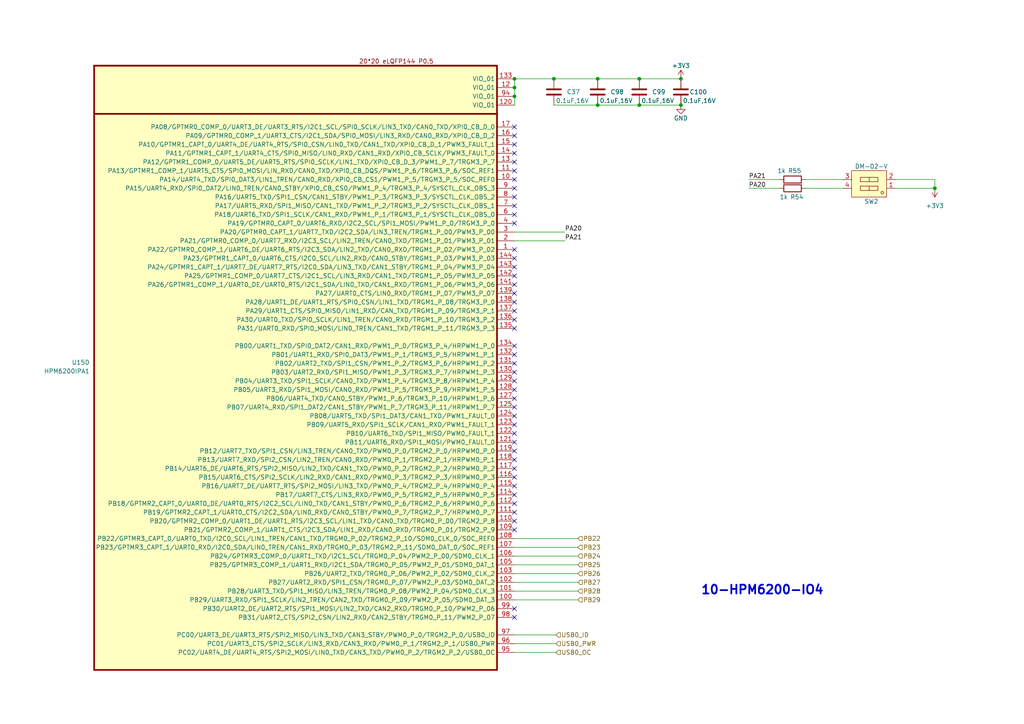
<source format=kicad_sch>
(kicad_sch (version 20230121) (generator eeschema)
  (paper "A4")
  (lib_symbols
    (symbol "00_HPM6200_Library:HPM6200IPA1"
      (property "Reference" "U3" (at 19.881 5.08 0))
      (property "Value" "HPM6200IPA1" (at 19.881 2.54 0))
      (symbol "HPM6200IPA1_0_0"
        (text "20*20 eLQFP144 P0.5" (at 29.21 1.27 0) (effects (font (size 1.27 1.27))))
      )
      (symbol "HPM6200IPA1_1_1"
        (polyline (pts (xy 0 -44.45) (xy 35.56 -44.45)) (stroke (width 0.508)))
        (polyline (pts (xy 8.89 -6.35) (xy 14.605 -6.35) (xy 14.605 -10.16) (xy 13.97 -9.525) (xy 14.605 -10.16) (xy 15.24 -9.525)))
        (polyline (pts (xy 14.605 -12.7) (xy 14.605 -16.51) (xy 8.89 -16.51) (xy 9.525 -15.875) (xy 8.89 -16.51) (xy 9.525 -17.145)))
        (rectangle (start 0 0) (end 35.56 -60.96) (stroke (width 0.508)) (fill (type background)))
        (rectangle (start 10.16 -10.16) (end 17.78 -12.7))
        (text "Analog_Domain" (at 11.43 -46.99 0) (effects (font (size 1.778 1.778))))
        (text "DCDC" (at 13.97 -11.43 0) (effects (font (size 1.27 1.27))))
        (text "DCDC_Domain" (at 10.16 -2.54 0) (effects (font (size 1.778 1.778))))
        (pin power_in line (at 40.64 -24.13 180) (length 5.08) (name "VDD_SOC") (number "104"))
        (pin power_in line (at 40.64 -21.59 180) (length 5.08) (name "VDD_SOC") (number "113"))
        (pin power_in line (at 40.64 -19.05 180) (length 5.08) (name "VDD_SOC") (number "126"))
        (pin power_in line (at 40.64 -16.51 180) (length 5.08) (name "VDD_SOC") (number "140"))
        (pin power_out line (at 17.78 -66.04 90) (length 5.08) (name "PAD") (number "145"))
        (pin power_in line (at 40.64 -8.89 180) (length 5.08) (name "VDD_SOC") (number "18"))
        (pin power_in line (at 40.64 -11.43 180) (length 5.08) (name "VDD_SOC") (number "28"))
        (pin input line (at -5.08 -24.13 0) (length 5.08) (name "DCDC_SNS") (number "29"))
        (pin power_out line (at -5.08 -35.56 0) (length 5.08) (name "DCDC_GND") (number "30"))
        (pin power_out line (at -5.08 -16.51 0) (length 5.08) (name "DCDC_LP") (number "31"))
        (pin power_in line (at -5.08 -6.35 0) (length 5.08) (name "DCDC_IN") (number "32"))
        (pin power_in line (at 40.64 -13.97 180) (length 5.08) (name "VDD_SOC") (number "5"))
        (pin power_in line (at 40.64 -34.29 180) (length 5.08) (name "VDD_SOC") (number "55"))
        (pin power_in line (at 40.64 -31.75 180) (length 5.08) (name "VDD_SOC") (number "68"))
        (pin power_in line (at 40.64 -29.21 180) (length 5.08) (name "VDD_SOC") (number "77"))
        (pin power_out line (at 40.64 -55.88 180) (length 5.08) (name "VREFL") (number "84"))
        (pin power_in line (at 40.64 -49.53 180) (length 5.08) (name "VREFH") (number "85"))
        (pin power_in line (at -5.08 -55.88 0) (length 5.08) (name "VANA") (number "87"))
        (pin power_in line (at 40.64 -26.67 180) (length 5.08) (name "VDD_SOC") (number "90"))
      )
      (symbol "HPM6200IPA1_2_1"
        (polyline (pts (xy 0 -6.35) (xy 104.14 -6.35)) (stroke (width 0.5)))
        (rectangle (start 0 0) (end 104.14 -31.75) (stroke (width 0.508)) (fill (type background)))
        (pin power_in line (at -5.08 -3.81 0) (length 5.08) (name "VBAT") (number "46"))
        (pin bidirectional line (at -5.08 -27.94 0) (length 5.08) (name "PZ07/BATT_TAMPER_07/SOC_GPIO_Z_07/UART6_RXD/I2C3_SDA/LIN2_RXD") (number "47"))
        (pin bidirectional line (at -5.08 -25.4 0) (length 5.08) (name "PZ06/BATT_TAMPER_06/SOC_GPIO_Z_06/UART6_TXD/I2C3_SCL/LIN2_TXD") (number "48"))
        (pin bidirectional line (at -5.08 -22.86 0) (length 5.08) (name "PZ05/BATT_WLED/BATT_WLED/BATT_WLED/SOC_GPIO_Z_05/UART5_RXD/LIN2_TREN/CAN3_RXD/CPU1_NMI") (number "49"))
        (pin bidirectional line (at -5.08 -20.32 0) (length 5.08) (name "PZ04/BATT_PLED/BATT_TAMPER_04/SOC_GPIO_Z_04/UART5_TXD/LIN3_TREN/CAN3_RXD/CPU1_NMI") (number "50"))
        (pin bidirectional line (at -5.08 -17.78 0) (length 5.08) (name "PZ03/BATT_WBUTN/BATT_TAMPER_03/SOC_GPIO_Z_03/UART4_RXD/I2C2_SDA/CAN3_STBY/CPU0_NMI") (number "51"))
        (pin bidirectional line (at -5.08 -15.24 0) (length 5.08) (name "PZ02/BATT_PBUTN/BATT_TAMPER_02/SOC_GPIO_Z_02/UART4_TXD/I2C2_SCL/CAN2_STBY/CPU0_NMI") (number "52"))
        (pin bidirectional line (at -5.08 -12.7 0) (length 5.08) (name "PZ01/BATT_RESETN/BATT_TAMPER_01/SOC_GPIO_Z_01/UART3_RXD/CAN2_RXD") (number "53"))
        (pin bidirectional line (at -5.08 -10.16 0) (length 5.08) (name "PZ00/BATT_PWR_ON/BATT_TAMPER_00/SOC_GPIO_Z_00/UART3_TXD/CAN2_TXD") (number "54"))
      )
      (symbol "HPM6200IPA1_3_0"
        (polyline (pts (xy 12.7 -13.97) (xy 46.99 -13.97) (xy 45.974 -13.462) (xy 46.99 -13.97) (xy 45.974 -14.478)))
        (polyline (pts (xy 12.7 -5.08) (xy 46.99 -5.08) (xy 45.974 -4.572) (xy 46.99 -5.08) (xy 45.974 -5.588)))
        (polyline (pts (xy 53.34 -13.97) (xy 87.63 -13.97) (xy 86.614 -13.462) (xy 87.63 -13.97) (xy 86.614 -14.478)))
        (polyline (pts (xy 53.34 -5.08) (xy 87.63 -5.08) (xy 86.614 -4.572) (xy 87.63 -5.08) (xy 86.614 -5.588)))
      )
      (symbol "HPM6200IPA1_3_1"
        (polyline (pts (xy 0 -17.78) (xy 102.87 -17.78)) (stroke (width 0.508)))
        (polyline (pts (xy 12.7 -12.7) (xy 12.7 -5.08) (xy 12.7 -13.97)))
        (rectangle (start 0 0) (end 102.87 -41.91) (stroke (width 0.508)) (fill (type background)))
        (rectangle (start 48.26 -12.7) (end 53.34 -15.24))
        (rectangle (start 48.26 -3.81) (end 53.34 -6.35))
        (text "LDO" (at 50.8 -13.97 0) (effects (font (size 1.27 1.27))))
        (text "LDO" (at 50.8 -5.08 0) (effects (font (size 1.27 1.27))))
        (pin bidirectional line (at -5.08 -39.37 0) (length 5.08) (name "PY07/UART_RXD/PTMR_CAPT_3/SOC_GPIO_Y_07/UART0_RXD/I2C1_SDA/LIN1_RXD") (number "33"))
        (pin bidirectional line (at -5.08 -36.83 0) (length 5.08) (name "PY06/UART_TXD/PTMR_COMP_3/SOC_GPIO_Y_06/UART0_TXD/I2C1_SCL/LIN1_TXD") (number "34"))
        (pin bidirectional line (at -5.08 -34.29 0) (length 5.08) (name "PY05/WDOG_RST/PTMR_CAPT_2/SOC_GPIO_Y_05/UART7_RXD/I2C0_SDA/LIN1_TREN/CAN3_RXD/WDG1_RST") (number "35"))
        (pin bidirectional line (at -5.08 -31.75 0) (length 5.08) (name "PY04/JTAG_TRST/PTMR_COMP_2/SOC_GPIO_Y_04/UART7_TXD/I2C0_SCL/LIN0_TREN/CAN3_TXD/WDG0_RST") (number "36"))
        (pin bidirectional line (at -5.08 -29.21 0) (length 5.08) (name "PY03/JTAG_TMS/PTMR_CAPT_1/SOC_GPIO_Y_03/UART0_CTS/SPI3_MOSI/LIN0_RXD") (number "37"))
        (pin bidirectional line (at -5.08 -26.67 0) (length 5.08) (name "PY02/JTAG_TCK/PTMR_COMP_1/SOC_GPIO_Y_02/UART0_DE/UART0_RTS/SPI3_SCLK/LIN0_TXD/CPU1_NMI") (number "38"))
        (pin power_out line (at 107.95 -13.97 180) (length 5.08) (name "VDD_OTPCAP") (number "39"))
        (pin bidirectional line (at -5.08 -24.13 0) (length 5.08) (name "PY01/JTAG_TDI/PTMR_CAPT_0/SOC_GPIO_Y_01/UART7_CTS/SPI3_MISO/LIN3_RXD/CAN2_RXD/CPU0_NMI") (number "40"))
        (pin power_out line (at 107.95 -5.08 180) (length 5.08) (name "VDD_PMCCAP") (number "41"))
        (pin bidirectional line (at -5.08 -21.59 0) (length 5.08) (name "PY00/JTAG_TDO/PTMR_COMP_0/SPC_GPIO_Y_00/UART7_DE/UART7_RTS/SPI3_CSN/LIN3_TXD/CAN2_TXD") (number "42"))
        (pin power_in line (at -5.08 -5.08 0) (length 5.08) (name "VPMC") (number "43"))
      )
      (symbol "HPM6200IPA1_4_1"
        (polyline (pts (xy 0 -13.97) (xy 116.84 -13.97)) (stroke (width 0.5)))
        (rectangle (start 0 0) (end 116.84 -175.26) (stroke (width 0.508)) (fill (type background)))
        (pin bidirectional line (at -5.08 -53.34 0) (length 5.08) (name "PA22/GPTMR0_COMP_1/UART6_DE/UART6_RTS/I2C3_SDA/LIN2_TXD/CAN0_RXD/TRGM1_P_02/PWM3_P_02") (number "1"))
        (pin bidirectional line (at -5.08 -33.02 0) (length 5.08) (name "PA14/UART4_TXD/SPI0_DAT3/LIN1_TREN/CAN0_RXD/XPI0_CB_CS1/PWM1_P_5/TRGM3_P_5/SOC_REF0") (number "10"))
        (pin bidirectional line (at -5.08 -154.94 0) (length 5.08) (name "PB29/UART3_RXD/SPI1_SCLK/LIN2_TREN/CAN2_TXD/TRGM0_P_09/PWM2_P_05/SDM0_DAT_3") (number "100"))
        (pin bidirectional line (at -5.08 -152.4 0) (length 5.08) (name "PB28/UART3_TXD/SPI1_MISO/LIN3_TREN/TRGM0_P_08/PWM2_P_04/SDM0_CLK_3") (number "101"))
        (pin bidirectional line (at -5.08 -149.86 0) (length 5.08) (name "PB27/UART2_RXD/SPI1_CSN/TRGM0_P_07/PWM2_P_03/SDM0_DAT_2") (number "102"))
        (pin bidirectional line (at -5.08 -147.32 0) (length 5.08) (name "PB26/UART2_TXD/TRGM0_P_06/PWM2_P_02/SDM0_CLK_2") (number "103"))
        (pin bidirectional line (at -5.08 -144.78 0) (length 5.08) (name "PB25/GPTMR3_COMP_1/UART1_RXD/I2C1_SDA/TRGM0_P_05/PWM2_P_01/SDM0_DAT_1") (number "105"))
        (pin bidirectional line (at -5.08 -142.24 0) (length 5.08) (name "PB24/GPTMR3_COMP_0/UART1_TXD/I2C1_SCL/TRGM0_P_04/PWM2_P_00/SDM0_CLK_1") (number "106"))
        (pin bidirectional line (at -5.08 -139.7 0) (length 5.08) (name "PB23/GPTMR3_CAPT_1/UART0_RXD/I2C0_SDA/LIN0_TREN/CAN1_RXD/TRGM0_P_03/TRGM2_P_11/SDM0_DAT_0/SOC_REF1") (number "107"))
        (pin bidirectional line (at -5.08 -137.16 0) (length 5.08) (name "PB22/GPTMR3_CAPT_0/UART0_TXD/I2C0_SCL/LIN1_TREN/CAN1_TXD/TRGM0_P_02/TRGM2_P_10/SDM0_CLK_0/SOC_REF0") (number "108"))
        (pin bidirectional line (at -5.08 -134.62 0) (length 5.08) (name "PB21/GPTMR2_COMP_1/UART1_CTS/I2C3_SDA/LIN1_RXD/CAN0_RXD/TRGM0_P_01/TRGM2_P_9") (number "109"))
        (pin bidirectional line (at -5.08 -30.48 0) (length 5.08) (name "PA13/GPTMR1_COMP_1/UART5_CTS/SPI0_MOSI/LIN_RXD/CAN0_TXD/XPI0_CB_DQS/PWM1_P_6/TRGM3_P_6/SOC_REF1") (number "11"))
        (pin bidirectional line (at -5.08 -132.08 0) (length 5.08) (name "PB20/GPTMR2_COMP_0/UART1_DE/UART1_RTS/I2C3_SCL/LIN1_TXD/CAN0_TXD/TRGM0_P_00/TRGM2_P_8") (number "110"))
        (pin bidirectional line (at -5.08 -129.54 0) (length 5.08) (name "PB19/GPTMR2_CAPT_1/UART0_CTS/I2C2_SDA/LIN0_RXD/CAN0_STBY/PWM0_P_7/TRGM2_P_7/HRPWM0_P_7") (number "111"))
        (pin bidirectional line (at -5.08 -127 0) (length 5.08) (name "PB18/GPTMR2_CAPT_0/UART0_DE/UART0_RTS/I2C2_SCL/LIN0_TXD/CAN1_STBY/PWM0_P_6/TRGM2_P_6/HRPWM0_P_6") (number "112"))
        (pin bidirectional line (at -5.08 -124.46 0) (length 5.08) (name "PB17/UART7_CTS/LIN3_RXD/PWM0_P_5/TRGM2_P_5/HRPWM0_P_5") (number "114"))
        (pin bidirectional line (at -5.08 -121.92 0) (length 5.08) (name "PB16/UART7_DE/UART7_RTS/SPI2_MOSI/LIN3_TXD/PWM0_P_4/TRGM2_P_4/HRPWM0_P_4") (number "115"))
        (pin bidirectional line (at -5.08 -119.38 0) (length 5.08) (name "PB15/UART6_CTS/SPI2_SCLK/LIN2_RXD/CAN1_RXD/PWM0_P_3/TRGM2_P_3/HRPWM0_P_3") (number "116"))
        (pin bidirectional line (at -5.08 -116.84 0) (length 5.08) (name "PB14/UART6_DE/UART6_RTS/SPI2_MISO/LIN2_TXD/CAN1_TXD/PWM0_P_2/TRGM2_P_2/HRPWM0_P_2") (number "117"))
        (pin bidirectional line (at -5.08 -114.3 0) (length 5.08) (name "PB13/UART7_RXD/SPI2_CSN/LIN2_TREN/CAN0_RXD/PWM0_P_1/TRGM2_P_1/HRPWM0_P_1") (number "118"))
        (pin bidirectional line (at -5.08 -111.76 0) (length 5.08) (name "PB12/UART7_TXD/SPI1_CSN/LIN3_TREN/CAN0_TXD/PWM0_P_0/TRGM2_P_0/HRPWM0_P_0") (number "119"))
        (pin power_in line (at -5.08 -6.35 0) (length 5.08) (name "VIO_01") (number "12"))
        (pin power_in line (at -5.08 -11.43 0) (length 5.08) (name "VIO_01") (number "120"))
        (pin bidirectional line (at -5.08 -109.22 0) (length 5.08) (name "PB11/UART6_RXD/SPI1_MOSI/PWM0_FAULT_0") (number "121"))
        (pin bidirectional line (at -5.08 -106.68 0) (length 5.08) (name "PB10/UART6_TXD/SPI1_MISO/PWM0_FAULT_1") (number "122"))
        (pin bidirectional line (at -5.08 -104.14 0) (length 5.08) (name "PB09/UART5_RXD/SPI1_SCLK/CAN1_RXD/PWM1_FAULT_1") (number "123"))
        (pin bidirectional line (at -5.08 -101.6 0) (length 5.08) (name "PB08/UART5_TXD/SPI1_DAT3/CAN1_TXD/PWM1_FAULT_0") (number "124"))
        (pin bidirectional line (at -5.08 -99.06 0) (length 5.08) (name "PB07/UART4_RXD/SPI1_DAT2/CAN1_STBY/PWM1_P_7/TRGM3_P_11/HRPWM1_P_7") (number "125"))
        (pin bidirectional line (at -5.08 -96.52 0) (length 5.08) (name "PB06/UART4_TXD/CAN0_STBY/PWM1_P_6/TRGM3_P_10/HRPWM1_P_6") (number "127"))
        (pin bidirectional line (at -5.08 -93.98 0) (length 5.08) (name "PB05/UART3_RXD/SPI1_MOSI/CAN0_RXD/PWM1_P_5/TRGM3_P_9/HRPWM1_P_5") (number "128"))
        (pin bidirectional line (at -5.08 -91.44 0) (length 5.08) (name "PB04/UART3_TXD/SPI1_SCLK/CAN0_TXD/PWM1_P_4/TRGM3_P_8/HRPWM1_P_4") (number "129"))
        (pin bidirectional line (at -5.08 -27.94 0) (length 5.08) (name "PA12/GPTMR1_COMP_0/UART5_DE/UART5_RTS/SPI0_SCLK/LIN1_TXD/XPI0_CB_D_3/PWM1_P_7/TRGM3_P_7") (number "13"))
        (pin bidirectional line (at -5.08 -88.9 0) (length 5.08) (name "PB03/UART2_RXD/SPI1_MISO/PWM1_P_3/TRGM3_P_7/HRPWM1_P_3") (number "130"))
        (pin bidirectional line (at -5.08 -86.36 0) (length 5.08) (name "PB02/UART2_TXD/SPI1_CSN/PWM1_P_2/TRGM3_P_6/HRPWM1_P_2") (number "131"))
        (pin bidirectional line (at -5.08 -83.82 0) (length 5.08) (name "PB01/UART1_RXD/SPI0_DAT3/PWM1_P_1/TRGM3_P_5/HRPWM1_P_1") (number "132"))
        (pin power_in line (at -5.08 -3.81 0) (length 5.08) (name "VIO_01") (number "133"))
        (pin bidirectional line (at -5.08 -81.28 0) (length 5.08) (name "PB00/UART1_TXD/SPI0_DAT2/CAN1_RXD/PWM1_P_0/TRGM3_P_4/HRPWM1_P_0") (number "134"))
        (pin bidirectional line (at -5.08 -76.2 0) (length 5.08) (name "PA31/UART0_RXD/SPI0_MOSI/LIN0_TREN/CAN1_TXD/TRGM1_P_11/TRGM3_P_3") (number "135"))
        (pin bidirectional line (at -5.08 -73.66 0) (length 5.08) (name "PA30/UART0_TXD/SPI0_SCLK/LIN1_TREN/CAN0_RXD/TRGM1_P_10/TRGM3_P_2") (number "136"))
        (pin bidirectional line (at -5.08 -71.12 0) (length 5.08) (name "PA29/UART1_CTS/SPI0_MISO/LIN1_RXD/CAN_TXD/TRGM1_P_09/TRGM3_P_1") (number "137"))
        (pin bidirectional line (at -5.08 -68.58 0) (length 5.08) (name "PA28/UART1_DE/UART1_RTS/SPI0_CSN/LIN1_TXD/TRGM1_P_08/TRGM3_P_0") (number "138"))
        (pin bidirectional line (at -5.08 -66.04 0) (length 5.08) (name "PA27/UART0_CTS/LIN0_RXD/TRGM1_P_07/PWM3_P_07") (number "139"))
        (pin bidirectional line (at -5.08 -25.4 0) (length 5.08) (name "PA11/GPTMR1_CAPT_1/UART4_CTS/SPI0_MISO/LIN0_RXD/CAN1_RXD/XPI0_CB_SCLK/PWM3_FAULT_0") (number "14"))
        (pin bidirectional line (at -5.08 -63.5 0) (length 5.08) (name "PA26/GPTMR1_COMP_1/UART0_DE/UART0_RTS/I2C1_SDA/LIN0_TXD/CAN1_RXD/TRGM1_P_06/PWM3_P_06") (number "141"))
        (pin bidirectional line (at -5.08 -60.96 0) (length 5.08) (name "PA25/GPTMR1_COMP_0/UART7_CTS/I2C1_SCL/LIN3_RXD/CAN1_TXD/TRGM1_P_05/PWM3_P_05") (number "142"))
        (pin bidirectional line (at -5.08 -58.42 0) (length 5.08) (name "PA24/GPTMR1_CAPT_1/UART7_DE/UART7_RTS/I2C0_SDA/LIN3_TXD/CAN1_STBY/TRGM1_P_04/PWM3_P_04") (number "143"))
        (pin bidirectional line (at -5.08 -55.88 0) (length 5.08) (name "PA23/GPTMR1_CAPT_0/UART6_CTS/I2C0_SCL/LIN2_RXD/CAN0_STBY/TRGM1_P_03/PWM3_P_03") (number "144"))
        (pin bidirectional line (at -5.08 -22.86 0) (length 5.08) (name "PA10/GPTMR1_CAPT_0/UART4_DE/UART4_RTS/SPI0_CSN/LIN0_TXD/CAN1_TXD/XPI0_CB_D_1/PWM3_FAULT_1") (number "15"))
        (pin bidirectional line (at -5.08 -20.32 0) (length 5.08) (name "PA09/GPTMR0_COMP_1/UART3_CTS/I2C1_SDA/SPI0_MOSI/LIN3_RXD/CAN0_RXD/XPI0_CB_D_2") (number "16"))
        (pin bidirectional line (at -5.08 -17.78 0) (length 5.08) (name "PA08/GPTMR0_COMP_0/UART3_DE/UART3_RTS/I2C1_SCL/SPI0_SCLK/LIN3_TXD/CAN0_TXD/XPI0_CB_D_0") (number "17"))
        (pin bidirectional line (at -5.08 -50.8 0) (length 5.08) (name "PA21/GPTMR0_COMP_0/UART7_RXD/I2C3_SCL/LIN2_TREN/CAN0_TXD/TRGM1_P_01/PWM3_P_01") (number "2"))
        (pin bidirectional line (at -5.08 -48.26 0) (length 5.08) (name "PA20/GPTMR0_CAPT_1/UART7_TXD/I2C2_SDA/LIN3_TREN/TRGM1_P_00/PWM3_P_00") (number "3"))
        (pin bidirectional line (at -5.08 -45.72 0) (length 5.08) (name "PA19/GPTMR0_CAPT_0/UART6_RXD/I2C2_SCL/SPI1_MOSI/PWM1_P_0/TRGM3_P_0") (number "4"))
        (pin bidirectional line (at -5.08 -43.18 0) (length 5.08) (name "PA18/UART6_TXD/SPI1_SCLK/CAN1_RXD/PWM1_P_1/TRGM3_P_1/SYSCTL_CLK_OBS_0") (number "6"))
        (pin bidirectional line (at -5.08 -40.64 0) (length 5.08) (name "PA17/UART5_RXD/SPI1_MISO/CAN1_TXD/PWM1_P_2/TRGM3_P_2/SYSCTL_CLK_OBS_1") (number "7"))
        (pin bidirectional line (at -5.08 -38.1 0) (length 5.08) (name "PA16/UART5_TXD/SPI1_CSN/CAN1_STBY/PWM1_P_3/TRGM3_P_3/SYSCTL_CLK_OBS_2") (number "8"))
        (pin bidirectional line (at -5.08 -35.56 0) (length 5.08) (name "PA15/UART4_RXD/SPI0_DAT2/LIN0_TREN/CAN0_STBY/XPI0_CB_CS0/PWM1_P_4/TRGM3_P_4/SYSCTL_CLK_OBS_3") (number "9"))
        (pin power_in line (at -5.08 -8.89 0) (length 5.08) (name "VIO_01") (number "94"))
        (pin bidirectional line (at -5.08 -170.18 0) (length 5.08) (name "PC02/UART4_DE/UART4_RTS/SPI2_MOSI/LIN0_TXD/CAN3_TXD/PWM0_P_2/TRGM2_P_2/USB0_OC") (number "95"))
        (pin bidirectional line (at -5.08 -167.64 0) (length 5.08) (name "PC01/UART3_CTS/SPI2_SCLK/LIN3_RXD/CAN3_RXD/PWM0_P_1/TRGM2_P_1/USB0_PWR") (number "96"))
        (pin bidirectional line (at -5.08 -165.1 0) (length 5.08) (name "PC00/UART3_DE/UART3_RTS/SPI2_MISO/LIN3_TXD/CAN3_STBY/PWM0_P_0/TRGM2_P_0/USB0_ID") (number "97"))
        (pin bidirectional line (at -5.08 -160.02 0) (length 5.08) (name "PB31/UART2_CTS/SPI2_CSN/LIN2_RXD/CAN2_STBY/TRGM0_P_11/PWM2_P_07") (number "98"))
        (pin bidirectional line (at -5.08 -157.48 0) (length 5.08) (name "PB30/UART2_DE/UART2_RTS/SPI1_MOSI/LIN2_TXD/CAN2_RXD/TRGM0_P_10/PWM2_P_06") (number "99"))
      )
      (symbol "HPM6200IPA1_5_1"
        (rectangle (start 0 -1.27) (end 157.48 -81.28) (stroke (width 0.508)) (fill (type background)))
        (polyline (pts (xy 0 -11.43) (xy 157.48 -11.43)) (stroke (width 0.5)))
        (pin bidirectional line (at -5.08 -77.47 0) (length 5.08) (name "PC27/UART2_RXD/SPI2_DAT2/SDM0_CLK_0/ADC2_INA15/CMP0_INP1/CMP1_INP1/CMP2_INP1/CMP3_INP1") (number "56"))
        (pin bidirectional line (at -5.08 -74.93 0) (length 5.08) (name "PC26/UART2_TXD/SPI2_DAT3/SDM0_DAT_0/ADC2_INA14/CMP0_INN1/CMP1_INN1/CMP2_INN1/CMP3_INN1") (number "57"))
        (pin bidirectional line (at -5.08 -72.39 0) (length 5.08) (name "PC25/UART1_RXD/SPI2_SCLK/SDM0_CLK_1/ADC2_INA13/CMP0_INP2/CMP1_INP2") (number "58"))
        (pin bidirectional line (at -5.08 -69.85 0) (length 5.08) (name "PC24/UART1_TXD/SPI2_MISO/SDM0_DAT_1/ADC2_INA12/CMP0_INP3/CMP1_INP3") (number "59"))
        (pin bidirectional line (at -5.08 -67.31 0) (length 5.08) (name "PC23/UART0_RXD/SPI2_MOSI/LIN0_TREN/SDM0_CLK_2/ADC1_INA15/ADC2_INA11/CMP0_INP4/CMP1_INP4") (number "60"))
        (pin power_in line (at -5.08 -8.89 0) (length 5.08) (name "VIO_02") (number "61"))
        (pin bidirectional line (at -5.08 -64.77 0) (length 5.08) (name "PC22/UART0_TXD/SPI2_CSN/LIN1_TREN/SDM0_DAT_2/ADC1_INA14/ADC2_INA10/CMP0_INP5/CMP1_INN2") (number "62"))
        (pin bidirectional line (at -5.08 -62.23 0) (length 5.08) (name "PC21/UART1_CTS/SPI3_MOSI/LIN1_RXD/SDM0_CLK_3/WDG1_RST/ADC1_INA13/ADC2_INA9/CMP0_INP6/CMP1_INN3") (number "63"))
        (pin bidirectional line (at -5.08 -59.69 0) (length 5.08) (name "PC20/UART1_DE/UART1_RTS/SPI3_SCLK/LIN1_TXD/SDM0_DAT_3/WDG0_RST/ADC1_INA12/ADC2_INA8/CMP0_INP7/CMP1_INN4") (number "64"))
        (pin bidirectional line (at -5.08 -57.15 0) (length 5.08) (name "PC19/UART0_CTS/SPI3_MISO/LIN0_RXD/ADC0_INA15/ADC1_INA11/ADC2_INA7/CMP0_INN2/CMP2_INP2") (number "65"))
        (pin bidirectional line (at -5.08 -54.61 0) (length 5.08) (name "PC18/UART0_DE/UART0_RTS/SPI3_CSN/LIN0_TXD/ADC0_INA14/ADC1_INA10/ADC2_INA6/CMP0_INN3/CMP2_INP3") (number "66"))
        (pin bidirectional line (at -5.08 -52.07 0) (length 5.08) (name "PC17/UART7_CTS/LIN3_RXD/ADC0_INA13/ADC1_INA9/ADC2_INA5/CMP0_INN4/CMP2_INP4") (number "67"))
        (pin bidirectional line (at -5.08 -49.53 0) (length 5.08) (name "PC16/UART7_DE/UART7_RTS/I2C1_SDA/LIN3_TXD/ACMP_COMP_2/ADC0_INA12/ADC1_INA8/ADC2_INA4/CMP0_INN5/CMP1_INN5/CMP2_INP5/CMP3_INP2") (number "69"))
        (pin bidirectional line (at -5.08 -46.99 0) (length 5.08) (name "PC15/UART6_CTS/I2C1_SCL/LIN2_RXD/ACMP_COMP_1/ADC0_INA11/ADC1_INA7/ADC2_INA3/CMP0_INN6/CMP1_INN6/CMP2_INP6/CMP3_INP3") (number "70"))
        (pin bidirectional line (at -5.08 -44.45 0) (length 5.08) (name "PC14/UART6_DE/UART6_RTS/I2C0_SDA/LIN2_TXD/CAN3_RXD/ACMP_COMP_0/ADC0_INA10/ADC1_INA6/ADC2_INA2/CMP0_INN7/CMP1_INN7/CMP2_INP7/CMP3_INP4") (number "71"))
        (pin bidirectional line (at -5.08 -41.91 0) (length 5.08) (name "PC13/GPTMR3_COMP_1/UART7_RXD/I2C0_SCL/CAN3_TXD/ACMP_COMP_3/ADC0_INA9/ADC1_INA5/ADC2_INA1/CMP1_INP5/CMP3_INN2") (number "72"))
        (pin bidirectional line (at -5.08 -39.37 0) (length 5.08) (name "PC12/GPTMR3_COMP_0/UART7_TXD/I2C3_SDA/LIN3_TREN/CAN3_STBY/ADC0_INA8/ADC1_INA4/ADC2_INA0/CMP1_INP6/CMP3_INN3") (number "73"))
        (pin bidirectional line (at -5.08 -36.83 0) (length 5.08) (name "PC11/GPTMR3_CAPT_1/UART6_RXD/I2C3_SCL/CAN2_STBY/ADC0_INA7/ADC1_INA3/CMP1_INP7/CMP3_INN4") (number "74"))
        (pin bidirectional line (at -5.08 -34.29 0) (length 5.08) (name "PC10/GPTMR3_CAPT_0/UART6_TXD/I2C2_SDA/CAN2_RXD/ADC0_INA6/ADC1_INA2/CMP2_INN2/CMP3_INN5") (number "75"))
        (pin bidirectional line (at -5.08 -31.75 0) (length 5.08) (name "PC09/GPTMR2_COMP_1/UART5_RXD/I2C2_SCL/CAN2_TXD/PWM2_FAULT_1/ADC0_INA5/ADC1_INA1/CMP2_INN3/CMP3_INN6") (number "76"))
        (pin bidirectional line (at -5.08 -29.21 0) (length 5.08) (name "PC08/GPTMR2_COMP_0/UART5_TXD/SPI2_CSN/PWM2_FAULT_0/USB0_PWR/ADC0_INA4/ADC1_INA0/CMP2_INN4/CMP3_INN7") (number "78"))
        (pin bidirectional line (at -5.08 -26.67 0) (length 5.08) (name "PC07/GPTMR2_CAPT_1/UART4_RXD/SPI2_MOSI/LIN0_TREN/PWM0_P_7/TRGM2_P_7/USB0_OC/ADC0_INA3/CMP2_INN5/CMP3_INP5") (number "79"))
        (pin bidirectional line (at -5.08 -24.13 0) (length 5.08) (name "PC06/GPTMR2_CAPT_0/UART4_TXD/SPI2_MISO/LIN1_TREN/PWM0_P_6/TRGM2_P_6//USB0_ID/ADC0_INA2/CMP2_INN6/CMP3_INP6") (number "80"))
        (pin bidirectional line (at -5.08 -21.59 0) (length 5.08) (name "PC05/UART5_CTS/SPI2_SCLK/LIN1_RXD/PWM0_P_5/TRGM2_P_5/USB0_OC/ADC0_INA1/CAMP2_INN7/CMP3_INP7") (number "81"))
        (pin bidirectional line (at -5.08 -19.05 0) (length 5.08) (name "PC04/UART5_DE/UART5_RTS/SPI2_DAT3/LIN1_TXD/PWM0_P_4/TRGM2_P_4/ADC0_INA0/DAC1_OUT") (number "82"))
        (pin bidirectional line (at -5.08 -16.51 0) (length 5.08) (name "PC03/UART4_CTS/SPI2_DAT2/LIN0_RXD/PWM0_P_3/TRGM2_P_3/DAC0_OUT") (number "83"))
        (pin power_in line (at -5.08 -6.35 0) (length 5.08) (name "VIO_02") (number "86"))
      )
      (symbol "HPM6200IPA1_6_1"
        (polyline (pts (xy 0 -7.62) (xy 129.54 -7.62)) (stroke (width 0.5)))
        (rectangle (start 0 0) (end 129.54 -33.02) (stroke (width 0.508)) (fill (type background)))
        (pin bidirectional line (at -5.08 -29.21 0) (length 5.08) (name "PA07/GPTMR0_CAPT_1/UART2_CTS/I2C0_SDA/SPI0_MISO/LIN2_RXD/XPI0_CA_DQS/ACMP_COMP_2/SDM0_DAT_3/ADC0_DBG") (number "19"))
        (pin bidirectional line (at -5.08 -26.67 0) (length 5.08) (name "PA06/GPTMR0_CAPT_0/UART2_DE/UART2_RTS/I2C0_SCL/SPI0_CSN/LIN2_TXD/XPI0_CA_CS1/ACMP/COMP_3/SDM0_CLK_3/ADC1_DBG") (number "20"))
        (pin bidirectional line (at -5.08 -24.13 0) (length 5.08) (name "PA05/UART3_RXD/SPI3_DAT2/LIN2_TREN/CAN3_RXD/XPI0_CA_D_3/ACMP_COMP_0/SDM0_DAT_2/ADC2_DBG") (number "21"))
        (pin bidirectional line (at -5.08 -21.59 0) (length 5.08) (name "PA04/UART3_TXD/SPI3_DAT3/LIN_TREN/CAN3_TXD/XPI0_CA_SCLK/ACMP_COMP_1/SDM0_CLK_2") (number "22"))
        (pin power_in line (at -5.08 -3.81 0) (length 5.08) (name "VIO_00") (number "23"))
        (pin bidirectional line (at -5.08 -19.05 0) (length 5.08) (name "PA03/UART2_RXD/SPI3_MOSI/CAN3_STBY/XPI0_CA_D_0/SDM0_DAT_1") (number "24"))
        (pin bidirectional line (at -5.08 -16.51 0) (length 5.08) (name "PA02/UART2_TXD/SPI3_SCLK/CAN2_STBY/XPI0_CA_D_2/SDM0_CLK_1") (number "25"))
        (pin bidirectional line (at -5.08 -13.97 0) (length 5.08) (name "PA01/UART1_RXD/SPI3_MISO/CAN_TXD/XPI0_CA_D_1/SDM0_DATA_0") (number "26"))
        (pin bidirectional line (at -5.08 -11.43 0) (length 5.08) (name "PA00/UART1_TXD/SPI3_CSN/CAN2_RXD/XPI0_CA_CS0/SDM0_CLK_0") (number "27"))
      )
      (symbol "HPM6200IPA1_7_1"
        (rectangle (start 0 0) (end 35.56 -33.02) (stroke (width 0.508)) (fill (type background)))
        (pin output line (at 40.64 -3.81 180) (length 5.08) (name "RTC_XTALI") (number "44"))
        (pin input line (at 40.64 -12.7 180) (length 5.08) (name "RTC_XTALO") (number "45"))
        (pin input line (at -5.08 -3.81 0) (length 5.08) (name "XTALI") (number "88"))
        (pin output line (at -5.08 -12.7 0) (length 5.08) (name "XTALO") (number "89"))
        (pin power_in line (at -5.08 -26.67 0) (length 5.08) (name "USBVBUS") (number "91"))
        (pin bidirectional line (at 40.64 -26.67 180) (length 5.08) (name "USB_DP") (number "92"))
        (pin bidirectional line (at 40.64 -29.21 180) (length 5.08) (name "USB_DM") (number "93"))
      )
    )
    (symbol "00_HPM_power:+3.3V" (power) (pin_names (offset 0))
      (property "Value" "+3.3V" (at 0 3.556 0))
      (symbol "+3.3V_0_1"
        (polyline (pts (xy -0.762 1.27) (xy 0 2.54)))
        (polyline (pts (xy 0 0) (xy 0 2.54)))
        (polyline (pts (xy 0 2.54) (xy 0.762 1.27)))
      )
      (symbol "+3.3V_1_1"
        (pin power_in line (at 0 0 90) (length 0) hide (name "+3V3") (number "1"))
      )
    )
    (symbol "00_HPM_power:+3V3" (power) (pin_names (offset 0))
      (property "Value" "+3V3" (at 0 3.81 0))
      (symbol "+3V3_0_1"
        (polyline (pts (xy -0.762 1.27) (xy 0 2.54)))
        (polyline (pts (xy 0 0) (xy 0 2.54)))
        (polyline (pts (xy 0 2.54) (xy 0.762 1.27)))
      )
      (symbol "+3V3_1_1"
        (pin power_in line (at 0 0 90) (length 0) hide (name "+3V3") (number "1"))
      )
    )
    (symbol "00_HPM_power:GND" (power)
      (property "Value" "GND" (at 1.27 -6.35 0))
      (symbol "GND_0_0"
        (pin power_in line (at 0 0 0) (length 0) hide (name "GND") (number ""))
      )
      (symbol "GND_0_1"
        (polyline (pts (xy 0 0) (xy 0 -1.27) (xy 1.27 -1.27) (xy 0 -2.54) (xy -1.27 -1.27) (xy 0 -1.27)))
      )
    )
    (symbol "01-HPM-Peripheral:拨码开关_DM-02-V" (pin_names (offset 1.016) hide)
      (property "Reference" "SW" (at -0.635 5.08 0))
      (property "Value" "拨码开关_DM-02-V" (at -0.635 -5.08 0))
      (symbol "拨码开关_DM-02-V_1_1"
        (rectangle (start -5.08 -3.81) (end 5.08 3.81) (fill (type background)))
        (circle (center -3.81 2.54) (radius 0.381))
        (rectangle (start -2.54 -1.905) (end 2.54 -0.635))
        (rectangle (start -2.54 0.635) (end 2.54 1.905))
        (polyline (pts (xy 0 -0.635) (xy 0 -1.905)))
        (polyline (pts (xy 0 1.905) (xy 0 0.635)))
        (pin input line (at -7.62 1.27 0) (length 2.54) (name "PIN1") (number "1"))
        (pin input line (at -7.62 -1.27 0) (length 2.54) (name "PIN2") (number "2"))
        (pin input line (at 7.62 -1.27 180) (length 2.54) (name "PIN3") (number "3"))
        (pin input line (at 7.62 1.27 180) (length 2.54) (name "PIN4") (number "4"))
      )
    )
    (symbol "02_HPM_Resistor:1K_0402" (pin_numbers hide) (pin_names (offset 0))
      (property "Reference" "R" (at 0 3.81 0))
      (property "Value" "1K" (at 0 6.35 0))
      (symbol "1K_0402_0_1"
        (rectangle (start 2.54 -1.016) (end -2.54 1.016) (stroke (width 0.254)))
      )
      (symbol "1K_0402_1_1"
        (pin passive line (at -3.81 0 0) (length 1.27) (name "~") (number "1"))
        (pin passive line (at 3.81 0 180) (length 1.27) (name "~") (number "2"))
      )
    )
    (symbol "03_HPM_Capacitance:0.1uF,16V_0402" (pin_numbers hide) (pin_names (offset 0.254))
      (property "Reference" "C" (at -1.27 10.16 0))
      (property "Value" "0.1uF,16V" (at -5.08 12.7 0))
      (symbol "0.1uF,16V_0402_0_1"
        (polyline (pts (xy -2.032 -0.762) (xy 2.032 -0.762)) (stroke (width 0.508)))
        (polyline (pts (xy -2.032 0.762) (xy 2.032 0.762)) (stroke (width 0.508)))
      )
      (symbol "0.1uF,16V_0402_1_1"
        (pin passive line (at 0 3.81 270) (length 2.794) (name "~") (number "1"))
        (pin passive line (at 0 -3.81 90) (length 2.794) (name "~") (number "2"))
      )
    )
  )
  (junction (at 149.225 25.4))
  (junction (at 149.225 27.94))
  (junction (at 185.42 22.86))
  (junction (at 160.655 22.86))
  (junction (at 173.355 22.86))
  (junction (at 197.485 22.86))
  (junction (at 197.485 30.48))
  (junction (at 185.42 30.48))
  (junction (at 271.145 54.61))
  (junction (at 173.355 30.48))
  (junction (at 149.225 22.86))
  (no_connect (at 149.225 82.55))
  (no_connect (at 149.225 151.13))
  (no_connect (at 149.225 143.51))
  (no_connect (at 149.225 107.95))
  (no_connect (at 149.225 49.53))
  (no_connect (at 149.225 64.77))
  (no_connect (at 149.225 179.07))
  (no_connect (at 149.225 120.65))
  (no_connect (at 149.225 133.35))
  (no_connect (at 149.225 138.43))
  (no_connect (at 149.225 72.39))
  (no_connect (at 149.225 113.03))
  (no_connect (at 149.225 123.19))
  (no_connect (at 149.225 176.53))
  (no_connect (at 149.225 90.17))
  (no_connect (at 149.225 140.97))
  (no_connect (at 149.225 128.27))
  (no_connect (at 149.225 41.91))
  (no_connect (at 149.225 110.49))
  (no_connect (at 149.225 95.25))
  (no_connect (at 149.225 46.99))
  (no_connect (at 149.225 80.01))
  (no_connect (at 149.225 148.59))
  (no_connect (at 149.225 115.57))
  (no_connect (at 149.225 146.05))
  (no_connect (at 149.225 74.93))
  (no_connect (at 149.225 77.47))
  (no_connect (at 149.225 102.87))
  (no_connect (at 149.225 52.07))
  (no_connect (at 149.225 118.11))
  (no_connect (at 149.225 54.61))
  (no_connect (at 149.225 87.63))
  (no_connect (at 149.225 125.73))
  (no_connect (at 149.225 62.23))
  (no_connect (at 149.225 153.67))
  (no_connect (at 149.225 85.09))
  (no_connect (at 149.225 57.15))
  (no_connect (at 149.225 105.41))
  (no_connect (at 149.225 135.89))
  (no_connect (at 149.225 36.83))
  (no_connect (at 149.225 59.69))
  (no_connect (at 149.225 130.81))
  (no_connect (at 149.225 100.33))
  (no_connect (at 149.225 92.71))
  (no_connect (at 149.225 39.37))
  (no_connect (at 149.225 44.45))
  (wire (pts (xy 167.64 156.21) (xy 149.225 156.21)))
  (wire (pts (xy 233.68 52.07) (xy 244.475 52.07)))
  (wire (pts (xy 217.17 54.61) (xy 226.06 54.61)) (stroke (width 0.15)))
  (wire (pts (xy 161.29 186.69) (xy 149.225 186.69)))
  (wire (pts (xy 185.42 30.48) (xy 197.485 30.48)))
  (wire (pts (xy 167.64 173.99) (xy 149.225 173.99)))
  (wire (pts (xy 167.64 163.83) (xy 149.225 163.83)))
  (wire (pts (xy 163.83 69.85) (xy 149.225 69.85)))
  (wire (pts (xy 149.225 161.29) (xy 167.64 161.29)))
  (wire (pts (xy 160.655 30.48) (xy 173.355 30.48)))
  (wire (pts (xy 149.225 22.86) (xy 149.225 25.4)))
  (wire (pts (xy 173.355 22.86) (xy 185.42 22.86)))
  (wire (pts (xy 149.225 25.4) (xy 149.225 27.94)))
  (wire (pts (xy 167.64 166.37) (xy 149.225 166.37)))
  (wire (pts (xy 271.145 54.61) (xy 271.145 52.07)) (stroke (width 0.15)))
  (wire (pts (xy 271.145 54.61) (xy 259.715 54.61)) (stroke (width 0.15)))
  (wire (pts (xy 185.42 22.86) (xy 197.485 22.86)))
  (wire (pts (xy 167.64 168.91) (xy 149.225 168.91)))
  (wire (pts (xy 173.355 30.48) (xy 185.42 30.48)))
  (wire (pts (xy 161.29 189.23) (xy 149.225 189.23)))
  (wire (pts (xy 160.655 22.86) (xy 173.355 22.86)))
  (wire (pts (xy 161.29 184.15) (xy 149.225 184.15)))
  (wire (pts (xy 167.64 171.45) (xy 149.225 171.45)))
  (wire (pts (xy 167.64 158.75) (xy 149.225 158.75)))
  (wire (pts (xy 149.225 22.86) (xy 160.655 22.86)))
  (wire (pts (xy 217.17 52.07) (xy 226.06 52.07)))
  (wire (pts (xy 149.225 27.94) (xy 149.225 30.48)))
  (wire (pts (xy 163.83 67.31) (xy 149.225 67.31)))
  (wire (pts (xy 271.145 52.07) (xy 259.715 52.07)) (stroke (width 0.15)))
  (wire (pts (xy 233.68 54.61) (xy 244.475 54.61)))
  (text "10-HPM6200-IO4" (at 203.2 172.72 0) (effects (font (size 2.54 2.54) (thickness 0.508) bold) (justify left bottom)))
  (label "PA21" (at 217.17 52.07 0))
  (label "PA21" (at 163.83 69.85 0))
  (label "PA20" (at 217.17 54.61 0))
  (label "PA20" (at 163.83 67.31 0))
  (hierarchical_label "PB26" (shape input) (at 167.64 166.37 0))
  (hierarchical_label "PB22" (shape input) (at 167.64 156.21 0))
  (hierarchical_label "PB28" (shape input) (at 167.64 171.45 0))
  (hierarchical_label "PB23" (shape input) (at 167.64 158.75 0))
  (hierarchical_label "PB25" (shape input) (at 167.64 163.83 0))
  (hierarchical_label "USB0_OC" (shape input) (at 161.29 189.23 0))
  (hierarchical_label "USB0_PWR" (shape input) (at 161.29 186.69 0))
  (hierarchical_label "PB24" (shape input) (at 167.64 161.29 0))
  (hierarchical_label "USB0_ID" (shape input) (at 161.29 184.15 0))
  (hierarchical_label "PB29" (shape input) (at 167.64 173.99 0))
  (hierarchical_label "PB27" (shape input) (at 167.64 168.91 0))
  (symbol (lib_id "00_HPM6200_Library:HPM6200IPA1") (at 144.145 19.05 0) (mirror y) (unit 4)
    (property "Reference" "U15" (at 26.035 105.1202 0) (effects (justify left)))
    (property "Value" "HPM6200IPA1" (at 26.035 107.6602 0) (effects (justify left)))
    (property "Footprint" "00_HPM_Library:eLQFP144L_22x22_P0.5mm_EP5x5mm" (effects hide))
  )
  (symbol (lib_id "03_HPM_Capacitance:0.1uF,16V_0402") (at 197.485 26.67 0) (mirror y) (unit 1)
    (property "Reference" "C100" (at 205.105 26.67 0) (effects (justify left)))
    (property "Value" "0.1uF,16V" (at 207.645 29.21 0) (effects (justify left)))
    (property "Footprint" "03_HPM_Capacitance:C_0402" (effects hide))
    (property "Model" "CL05B104KO5NNNC" (effects hide))
    (property "Company" "SAMSUNG(三星)" (effects hide))
    (instances (project "HPM62_63_144_ADC_EVK_RevB" (path "" (reference "C100") (unit 1))) (project "EVK_REVC" (path "" (reference "C122") (unit 1))))
  )
  (symbol (lib_id "02_HPM_Resistor:1K_0402") (at 229.87 52.07 180) (unit 1)
    (property "Reference" "R55" (at 230.505 49.53 0))
    (property "Value" "1k" (at 226.695 49.53 0))
    (property "Footprint" "02_HPM_Resistor:R_0402_1005Metric" (effects hide))
    (property "Model" "0402WGF1001TCE" (effects hide))
    (property "Company" "UNI-ROYAL(厚声)" (effects hide))
    (instances (project "HPM62_63_144_ADC_EVK_RevB" (path "" (reference "R55") (unit 1))) (project "HPM6200EVK" (path "" (reference "R19") (unit 1))))
  )
  (symbol (lib_id "03_HPM_Capacitance:0.1uF,16V_0402") (at 185.42 26.67 0) (mirror y) (unit 1)
    (property "Reference" "C99" (at 193.04 26.67 0) (effects (justify left)))
    (property "Value" "0.1uF,16V" (at 195.58 29.21 0) (effects (justify left)))
    (property "Footprint" "03_HPM_Capacitance:C_0402" (effects hide))
    (property "Model" "CL05B104KO5NNNC" (effects hide))
    (property "Company" "SAMSUNG(三星)" (effects hide))
    (instances (project "HPM62_63_144_ADC_EVK_RevB" (path "" (reference "C99") (unit 1))) (project "EVK_REVC" (path "" (reference "C122") (unit 1))))
  )
  (symbol (lib_id "00_HPM_power:+3.3V") (at 271.145 54.61 180) (unit 1)
    (property "Reference" "#PWR099" (effects hide))
    (property "Value" "+3.3V" (at 271.145 59.69 0))
    (instances (project "HPM62_63_144_ADC_EVK_RevB" (path "" (reference "#PWR099") (unit 1))) (project "HPM6200EVK" (path "" (reference "#PWR0168") (unit 1))))
  )
  (symbol (lib_id "00_HPM_power:GND") (at 197.485 30.48 0) (mirror y) (unit 1)
    (property "Reference" "#PWR0127" (effects hide))
    (property "Value" "GND" (at 197.485 34.29 0))
    (instances (project "HPM62_63_144_ADC_EVK_RevB" (path "" (reference "#PWR0127") (unit 1))) (project "EVK_REVC" (path "" (reference "#PWR0458") (unit 1))))
  )
  (symbol (lib_id "01-HPM-Peripheral:拨码开关_DM-02-V") (at 252.095 53.34 180) (unit 1)
    (property "Reference" "SW2" (at 252.73 58.42 0))
    (property "Value" "DM-02-V" (at 252.73 48.26 0))
    (property "Footprint" "01_HPM_Peripheral:SW-SMD_DM-02-V" (effects hide))
    (property "SuppliersPartNumber" "C501304" (effects hide))
    (property "Model" "DM-02-V" (effects hide))
    (property "Company" "圜达" (effects hide))
    (instances (project "HPM62_63_144_ADC_EVK_RevB" (path "" (reference "SW2") (unit 1))) (project "HPM6200EVK" (path "" (reference "SW1") (unit 1))))
  )
  (symbol (lib_id "03_HPM_Capacitance:0.1uF,16V_0402") (at 173.355 26.67 0) (mirror y) (unit 1)
    (property "Reference" "C98" (at 180.975 26.67 0) (effects (justify left)))
    (property "Value" "0.1uF,16V" (at 183.515 29.21 0) (effects (justify left)))
    (property "Footprint" "03_HPM_Capacitance:C_0402" (effects hide))
    (property "Model" "CL05B104KO5NNNC" (effects hide))
    (property "Company" "SAMSUNG(三星)" (effects hide))
    (instances (project "HPM62_63_144_ADC_EVK_RevB" (path "" (reference "C98") (unit 1))) (project "EVK_REVC" (path "" (reference "C122") (unit 1))))
  )
  (symbol (lib_id "02_HPM_Resistor:1K_0402") (at 229.87 54.61 180) (unit 1)
    (property "Reference" "R54" (at 231.14 57.15 0))
    (property "Value" "1k" (at 227.33 57.15 0))
    (property "Footprint" "02_HPM_Resistor:R_0402_1005Metric" (effects hide))
    (property "Model" "0402WGF1001TCE" (effects hide))
    (property "Company" "UNI-ROYAL(厚声)" (effects hide))
    (instances (project "HPM62_63_144_ADC_EVK_RevB" (path "" (reference "R54") (unit 1))) (project "HPM6200EVK" (path "" (reference "R18") (unit 1))))
  )
  (symbol (lib_id "00_HPM_power:+3V3") (at 197.485 22.86 0) (unit 1)
    (property "Reference" "#PWR049" (effects hide))
    (property "Value" "+3V3" (at 197.485 19.05 0))
    (instances (project "HPM62_63_144_ADC_EVK_RevB" (path "" (reference "#PWR049") (unit 1)) (path "" (reference "#PWR0129") (unit 1)) (path "" (reference "#PWR0208") (unit 1))))
  )
  (symbol (lib_id "03_HPM_Capacitance:0.1uF,16V_0402") (at 160.655 26.67 0) (mirror y) (unit 1)
    (property "Reference" "C37" (at 168.275 26.67 0) (effects (justify left)))
    (property "Value" "0.1uF,16V" (at 170.815 29.21 0) (effects (justify left)))
    (property "Footprint" "03_HPM_Capacitance:C_0402" (effects hide))
    (property "Model" "CL05B104KO5NNNC" (effects hide))
    (property "Company" "SAMSUNG(三星)" (effects hide))
    (instances (project "HPM62_63_144_ADC_EVK_RevB" (path "" (reference "C37") (unit 1))) (project "EVK_REVC" (path "" (reference "C122") (unit 1))))
  )
)
</source>
